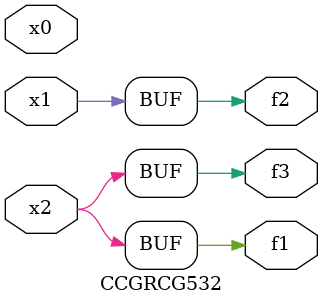
<source format=v>
module CCGRCG532(
	input x0, x1, x2,
	output f1, f2, f3
);
	assign f1 = x2;
	assign f2 = x1;
	assign f3 = x2;
endmodule

</source>
